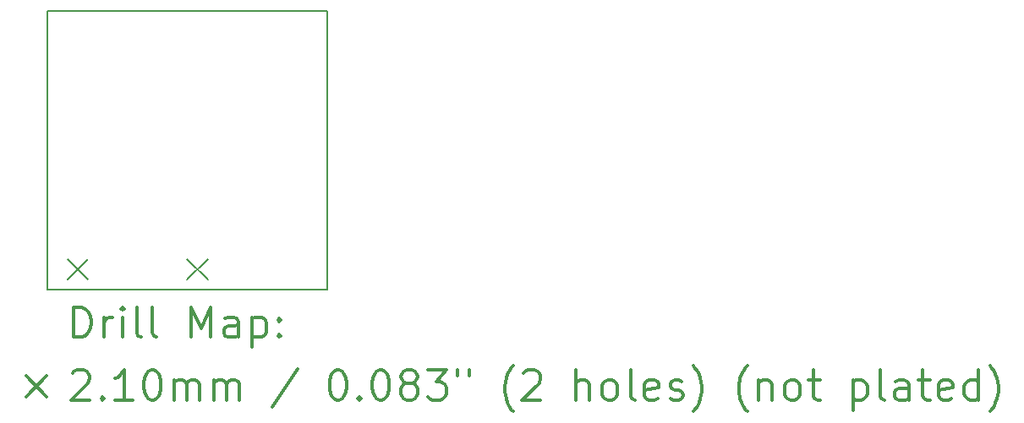
<source format=gbr>
%FSLAX45Y45*%
G04 Gerber Fmt 4.5, Leading zero omitted, Abs format (unit mm)*
G04 Created by KiCad (PCBNEW 4.0.2-stable) date 3/15/2016 11:14:15 PM*
%MOMM*%
G01*
G04 APERTURE LIST*
%ADD10C,0.127000*%
%ADD11C,0.150000*%
%ADD12C,0.200000*%
%ADD13C,0.300000*%
G04 APERTURE END LIST*
D10*
D11*
X14000000Y-6200000D02*
X14000000Y-9000000D01*
X16800000Y-6200000D02*
X14000000Y-6200000D01*
X16800000Y-9000000D02*
X16800000Y-6200000D01*
X14000000Y-9000000D02*
X16800000Y-9000000D01*
D12*
X14197700Y-8686850D02*
X14407700Y-8896850D01*
X14407700Y-8686850D02*
X14197700Y-8896850D01*
X15397700Y-8686850D02*
X15607700Y-8896850D01*
X15607700Y-8686850D02*
X15397700Y-8896850D01*
D13*
X14263928Y-9473214D02*
X14263928Y-9173214D01*
X14335357Y-9173214D01*
X14378214Y-9187500D01*
X14406786Y-9216072D01*
X14421071Y-9244643D01*
X14435357Y-9301786D01*
X14435357Y-9344643D01*
X14421071Y-9401786D01*
X14406786Y-9430357D01*
X14378214Y-9458929D01*
X14335357Y-9473214D01*
X14263928Y-9473214D01*
X14563928Y-9473214D02*
X14563928Y-9273214D01*
X14563928Y-9330357D02*
X14578214Y-9301786D01*
X14592500Y-9287500D01*
X14621071Y-9273214D01*
X14649643Y-9273214D01*
X14749643Y-9473214D02*
X14749643Y-9273214D01*
X14749643Y-9173214D02*
X14735357Y-9187500D01*
X14749643Y-9201786D01*
X14763928Y-9187500D01*
X14749643Y-9173214D01*
X14749643Y-9201786D01*
X14935357Y-9473214D02*
X14906786Y-9458929D01*
X14892500Y-9430357D01*
X14892500Y-9173214D01*
X15092500Y-9473214D02*
X15063928Y-9458929D01*
X15049643Y-9430357D01*
X15049643Y-9173214D01*
X15435357Y-9473214D02*
X15435357Y-9173214D01*
X15535357Y-9387500D01*
X15635357Y-9173214D01*
X15635357Y-9473214D01*
X15906786Y-9473214D02*
X15906786Y-9316072D01*
X15892500Y-9287500D01*
X15863928Y-9273214D01*
X15806786Y-9273214D01*
X15778214Y-9287500D01*
X15906786Y-9458929D02*
X15878214Y-9473214D01*
X15806786Y-9473214D01*
X15778214Y-9458929D01*
X15763928Y-9430357D01*
X15763928Y-9401786D01*
X15778214Y-9373214D01*
X15806786Y-9358929D01*
X15878214Y-9358929D01*
X15906786Y-9344643D01*
X16049643Y-9273214D02*
X16049643Y-9573214D01*
X16049643Y-9287500D02*
X16078214Y-9273214D01*
X16135357Y-9273214D01*
X16163928Y-9287500D01*
X16178214Y-9301786D01*
X16192500Y-9330357D01*
X16192500Y-9416072D01*
X16178214Y-9444643D01*
X16163928Y-9458929D01*
X16135357Y-9473214D01*
X16078214Y-9473214D01*
X16049643Y-9458929D01*
X16321071Y-9444643D02*
X16335357Y-9458929D01*
X16321071Y-9473214D01*
X16306786Y-9458929D01*
X16321071Y-9444643D01*
X16321071Y-9473214D01*
X16321071Y-9287500D02*
X16335357Y-9301786D01*
X16321071Y-9316072D01*
X16306786Y-9301786D01*
X16321071Y-9287500D01*
X16321071Y-9316072D01*
X13782500Y-9862500D02*
X13992500Y-10072500D01*
X13992500Y-9862500D02*
X13782500Y-10072500D01*
X14249643Y-9831786D02*
X14263928Y-9817500D01*
X14292500Y-9803214D01*
X14363928Y-9803214D01*
X14392500Y-9817500D01*
X14406786Y-9831786D01*
X14421071Y-9860357D01*
X14421071Y-9888929D01*
X14406786Y-9931786D01*
X14235357Y-10103214D01*
X14421071Y-10103214D01*
X14549643Y-10074643D02*
X14563928Y-10088929D01*
X14549643Y-10103214D01*
X14535357Y-10088929D01*
X14549643Y-10074643D01*
X14549643Y-10103214D01*
X14849643Y-10103214D02*
X14678214Y-10103214D01*
X14763928Y-10103214D02*
X14763928Y-9803214D01*
X14735357Y-9846072D01*
X14706786Y-9874643D01*
X14678214Y-9888929D01*
X15035357Y-9803214D02*
X15063928Y-9803214D01*
X15092500Y-9817500D01*
X15106786Y-9831786D01*
X15121071Y-9860357D01*
X15135357Y-9917500D01*
X15135357Y-9988929D01*
X15121071Y-10046072D01*
X15106786Y-10074643D01*
X15092500Y-10088929D01*
X15063928Y-10103214D01*
X15035357Y-10103214D01*
X15006786Y-10088929D01*
X14992500Y-10074643D01*
X14978214Y-10046072D01*
X14963928Y-9988929D01*
X14963928Y-9917500D01*
X14978214Y-9860357D01*
X14992500Y-9831786D01*
X15006786Y-9817500D01*
X15035357Y-9803214D01*
X15263928Y-10103214D02*
X15263928Y-9903214D01*
X15263928Y-9931786D02*
X15278214Y-9917500D01*
X15306786Y-9903214D01*
X15349643Y-9903214D01*
X15378214Y-9917500D01*
X15392500Y-9946072D01*
X15392500Y-10103214D01*
X15392500Y-9946072D02*
X15406786Y-9917500D01*
X15435357Y-9903214D01*
X15478214Y-9903214D01*
X15506786Y-9917500D01*
X15521071Y-9946072D01*
X15521071Y-10103214D01*
X15663928Y-10103214D02*
X15663928Y-9903214D01*
X15663928Y-9931786D02*
X15678214Y-9917500D01*
X15706786Y-9903214D01*
X15749643Y-9903214D01*
X15778214Y-9917500D01*
X15792500Y-9946072D01*
X15792500Y-10103214D01*
X15792500Y-9946072D02*
X15806786Y-9917500D01*
X15835357Y-9903214D01*
X15878214Y-9903214D01*
X15906786Y-9917500D01*
X15921071Y-9946072D01*
X15921071Y-10103214D01*
X16506786Y-9788929D02*
X16249643Y-10174643D01*
X16892500Y-9803214D02*
X16921071Y-9803214D01*
X16949643Y-9817500D01*
X16963928Y-9831786D01*
X16978214Y-9860357D01*
X16992500Y-9917500D01*
X16992500Y-9988929D01*
X16978214Y-10046072D01*
X16963928Y-10074643D01*
X16949643Y-10088929D01*
X16921071Y-10103214D01*
X16892500Y-10103214D01*
X16863928Y-10088929D01*
X16849643Y-10074643D01*
X16835357Y-10046072D01*
X16821071Y-9988929D01*
X16821071Y-9917500D01*
X16835357Y-9860357D01*
X16849643Y-9831786D01*
X16863928Y-9817500D01*
X16892500Y-9803214D01*
X17121071Y-10074643D02*
X17135357Y-10088929D01*
X17121071Y-10103214D01*
X17106786Y-10088929D01*
X17121071Y-10074643D01*
X17121071Y-10103214D01*
X17321071Y-9803214D02*
X17349643Y-9803214D01*
X17378214Y-9817500D01*
X17392500Y-9831786D01*
X17406786Y-9860357D01*
X17421071Y-9917500D01*
X17421071Y-9988929D01*
X17406786Y-10046072D01*
X17392500Y-10074643D01*
X17378214Y-10088929D01*
X17349643Y-10103214D01*
X17321071Y-10103214D01*
X17292500Y-10088929D01*
X17278214Y-10074643D01*
X17263928Y-10046072D01*
X17249643Y-9988929D01*
X17249643Y-9917500D01*
X17263928Y-9860357D01*
X17278214Y-9831786D01*
X17292500Y-9817500D01*
X17321071Y-9803214D01*
X17592500Y-9931786D02*
X17563928Y-9917500D01*
X17549643Y-9903214D01*
X17535357Y-9874643D01*
X17535357Y-9860357D01*
X17549643Y-9831786D01*
X17563928Y-9817500D01*
X17592500Y-9803214D01*
X17649643Y-9803214D01*
X17678214Y-9817500D01*
X17692500Y-9831786D01*
X17706786Y-9860357D01*
X17706786Y-9874643D01*
X17692500Y-9903214D01*
X17678214Y-9917500D01*
X17649643Y-9931786D01*
X17592500Y-9931786D01*
X17563928Y-9946072D01*
X17549643Y-9960357D01*
X17535357Y-9988929D01*
X17535357Y-10046072D01*
X17549643Y-10074643D01*
X17563928Y-10088929D01*
X17592500Y-10103214D01*
X17649643Y-10103214D01*
X17678214Y-10088929D01*
X17692500Y-10074643D01*
X17706786Y-10046072D01*
X17706786Y-9988929D01*
X17692500Y-9960357D01*
X17678214Y-9946072D01*
X17649643Y-9931786D01*
X17806786Y-9803214D02*
X17992500Y-9803214D01*
X17892500Y-9917500D01*
X17935357Y-9917500D01*
X17963928Y-9931786D01*
X17978214Y-9946072D01*
X17992500Y-9974643D01*
X17992500Y-10046072D01*
X17978214Y-10074643D01*
X17963928Y-10088929D01*
X17935357Y-10103214D01*
X17849643Y-10103214D01*
X17821071Y-10088929D01*
X17806786Y-10074643D01*
X18106786Y-9803214D02*
X18106786Y-9860357D01*
X18221071Y-9803214D02*
X18221071Y-9860357D01*
X18663928Y-10217500D02*
X18649643Y-10203214D01*
X18621071Y-10160357D01*
X18606786Y-10131786D01*
X18592500Y-10088929D01*
X18578214Y-10017500D01*
X18578214Y-9960357D01*
X18592500Y-9888929D01*
X18606786Y-9846072D01*
X18621071Y-9817500D01*
X18649643Y-9774643D01*
X18663928Y-9760357D01*
X18763928Y-9831786D02*
X18778214Y-9817500D01*
X18806786Y-9803214D01*
X18878214Y-9803214D01*
X18906786Y-9817500D01*
X18921071Y-9831786D01*
X18935357Y-9860357D01*
X18935357Y-9888929D01*
X18921071Y-9931786D01*
X18749643Y-10103214D01*
X18935357Y-10103214D01*
X19292500Y-10103214D02*
X19292500Y-9803214D01*
X19421071Y-10103214D02*
X19421071Y-9946072D01*
X19406786Y-9917500D01*
X19378214Y-9903214D01*
X19335357Y-9903214D01*
X19306786Y-9917500D01*
X19292500Y-9931786D01*
X19606786Y-10103214D02*
X19578214Y-10088929D01*
X19563928Y-10074643D01*
X19549643Y-10046072D01*
X19549643Y-9960357D01*
X19563928Y-9931786D01*
X19578214Y-9917500D01*
X19606786Y-9903214D01*
X19649643Y-9903214D01*
X19678214Y-9917500D01*
X19692500Y-9931786D01*
X19706786Y-9960357D01*
X19706786Y-10046072D01*
X19692500Y-10074643D01*
X19678214Y-10088929D01*
X19649643Y-10103214D01*
X19606786Y-10103214D01*
X19878214Y-10103214D02*
X19849643Y-10088929D01*
X19835357Y-10060357D01*
X19835357Y-9803214D01*
X20106786Y-10088929D02*
X20078214Y-10103214D01*
X20021071Y-10103214D01*
X19992500Y-10088929D01*
X19978214Y-10060357D01*
X19978214Y-9946072D01*
X19992500Y-9917500D01*
X20021071Y-9903214D01*
X20078214Y-9903214D01*
X20106786Y-9917500D01*
X20121071Y-9946072D01*
X20121071Y-9974643D01*
X19978214Y-10003214D01*
X20235357Y-10088929D02*
X20263929Y-10103214D01*
X20321071Y-10103214D01*
X20349643Y-10088929D01*
X20363929Y-10060357D01*
X20363929Y-10046072D01*
X20349643Y-10017500D01*
X20321071Y-10003214D01*
X20278214Y-10003214D01*
X20249643Y-9988929D01*
X20235357Y-9960357D01*
X20235357Y-9946072D01*
X20249643Y-9917500D01*
X20278214Y-9903214D01*
X20321071Y-9903214D01*
X20349643Y-9917500D01*
X20463928Y-10217500D02*
X20478214Y-10203214D01*
X20506786Y-10160357D01*
X20521071Y-10131786D01*
X20535357Y-10088929D01*
X20549643Y-10017500D01*
X20549643Y-9960357D01*
X20535357Y-9888929D01*
X20521071Y-9846072D01*
X20506786Y-9817500D01*
X20478214Y-9774643D01*
X20463928Y-9760357D01*
X21006786Y-10217500D02*
X20992500Y-10203214D01*
X20963928Y-10160357D01*
X20949643Y-10131786D01*
X20935357Y-10088929D01*
X20921071Y-10017500D01*
X20921071Y-9960357D01*
X20935357Y-9888929D01*
X20949643Y-9846072D01*
X20963928Y-9817500D01*
X20992500Y-9774643D01*
X21006786Y-9760357D01*
X21121071Y-9903214D02*
X21121071Y-10103214D01*
X21121071Y-9931786D02*
X21135357Y-9917500D01*
X21163928Y-9903214D01*
X21206786Y-9903214D01*
X21235357Y-9917500D01*
X21249643Y-9946072D01*
X21249643Y-10103214D01*
X21435357Y-10103214D02*
X21406786Y-10088929D01*
X21392500Y-10074643D01*
X21378214Y-10046072D01*
X21378214Y-9960357D01*
X21392500Y-9931786D01*
X21406786Y-9917500D01*
X21435357Y-9903214D01*
X21478214Y-9903214D01*
X21506786Y-9917500D01*
X21521071Y-9931786D01*
X21535357Y-9960357D01*
X21535357Y-10046072D01*
X21521071Y-10074643D01*
X21506786Y-10088929D01*
X21478214Y-10103214D01*
X21435357Y-10103214D01*
X21621071Y-9903214D02*
X21735357Y-9903214D01*
X21663929Y-9803214D02*
X21663929Y-10060357D01*
X21678214Y-10088929D01*
X21706786Y-10103214D01*
X21735357Y-10103214D01*
X22063929Y-9903214D02*
X22063929Y-10203214D01*
X22063929Y-9917500D02*
X22092500Y-9903214D01*
X22149643Y-9903214D01*
X22178214Y-9917500D01*
X22192500Y-9931786D01*
X22206786Y-9960357D01*
X22206786Y-10046072D01*
X22192500Y-10074643D01*
X22178214Y-10088929D01*
X22149643Y-10103214D01*
X22092500Y-10103214D01*
X22063929Y-10088929D01*
X22378214Y-10103214D02*
X22349643Y-10088929D01*
X22335357Y-10060357D01*
X22335357Y-9803214D01*
X22621071Y-10103214D02*
X22621071Y-9946072D01*
X22606786Y-9917500D01*
X22578214Y-9903214D01*
X22521071Y-9903214D01*
X22492500Y-9917500D01*
X22621071Y-10088929D02*
X22592500Y-10103214D01*
X22521071Y-10103214D01*
X22492500Y-10088929D01*
X22478214Y-10060357D01*
X22478214Y-10031786D01*
X22492500Y-10003214D01*
X22521071Y-9988929D01*
X22592500Y-9988929D01*
X22621071Y-9974643D01*
X22721071Y-9903214D02*
X22835357Y-9903214D01*
X22763929Y-9803214D02*
X22763929Y-10060357D01*
X22778214Y-10088929D01*
X22806786Y-10103214D01*
X22835357Y-10103214D01*
X23049643Y-10088929D02*
X23021071Y-10103214D01*
X22963929Y-10103214D01*
X22935357Y-10088929D01*
X22921071Y-10060357D01*
X22921071Y-9946072D01*
X22935357Y-9917500D01*
X22963929Y-9903214D01*
X23021071Y-9903214D01*
X23049643Y-9917500D01*
X23063929Y-9946072D01*
X23063929Y-9974643D01*
X22921071Y-10003214D01*
X23321071Y-10103214D02*
X23321071Y-9803214D01*
X23321071Y-10088929D02*
X23292500Y-10103214D01*
X23235357Y-10103214D01*
X23206786Y-10088929D01*
X23192500Y-10074643D01*
X23178214Y-10046072D01*
X23178214Y-9960357D01*
X23192500Y-9931786D01*
X23206786Y-9917500D01*
X23235357Y-9903214D01*
X23292500Y-9903214D01*
X23321071Y-9917500D01*
X23435357Y-10217500D02*
X23449643Y-10203214D01*
X23478214Y-10160357D01*
X23492500Y-10131786D01*
X23506786Y-10088929D01*
X23521071Y-10017500D01*
X23521071Y-9960357D01*
X23506786Y-9888929D01*
X23492500Y-9846072D01*
X23478214Y-9817500D01*
X23449643Y-9774643D01*
X23435357Y-9760357D01*
M02*

</source>
